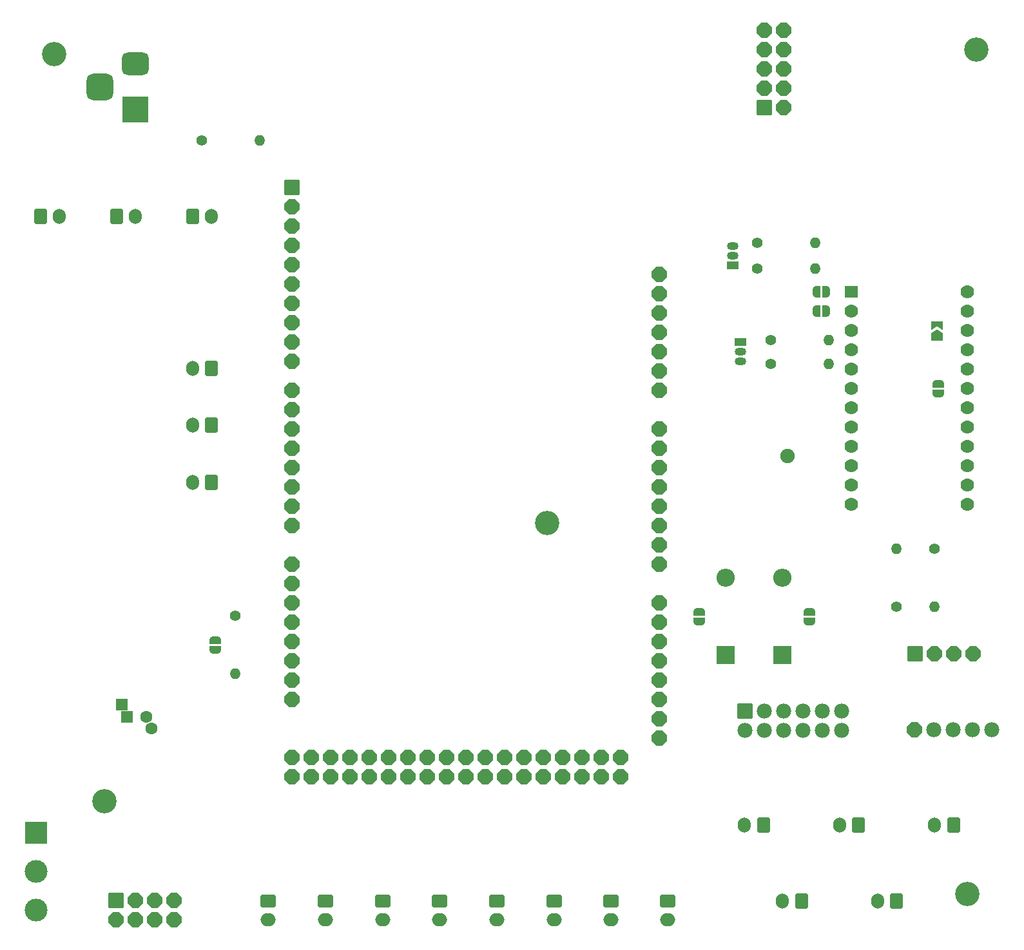
<source format=gbr>
%TF.GenerationSoftware,KiCad,Pcbnew,8.0.6*%
%TF.CreationDate,2025-05-19T18:35:20-06:00*%
%TF.ProjectId,main V5,6d61696e-2056-4352-9e6b-696361645f70,rev?*%
%TF.SameCoordinates,Original*%
%TF.FileFunction,Soldermask,Top*%
%TF.FilePolarity,Negative*%
%FSLAX46Y46*%
G04 Gerber Fmt 4.6, Leading zero omitted, Abs format (unit mm)*
G04 Created by KiCad (PCBNEW 8.0.6) date 2025-05-19 18:35:20*
%MOMM*%
%LPD*%
G01*
G04 APERTURE LIST*
G04 Aperture macros list*
%AMRoundRect*
0 Rectangle with rounded corners*
0 $1 Rounding radius*
0 $2 $3 $4 $5 $6 $7 $8 $9 X,Y pos of 4 corners*
0 Add a 4 corners polygon primitive as box body*
4,1,4,$2,$3,$4,$5,$6,$7,$8,$9,$2,$3,0*
0 Add four circle primitives for the rounded corners*
1,1,$1+$1,$2,$3*
1,1,$1+$1,$4,$5*
1,1,$1+$1,$6,$7*
1,1,$1+$1,$8,$9*
0 Add four rect primitives between the rounded corners*
20,1,$1+$1,$2,$3,$4,$5,0*
20,1,$1+$1,$4,$5,$6,$7,0*
20,1,$1+$1,$6,$7,$8,$9,0*
20,1,$1+$1,$8,$9,$2,$3,0*%
%AMFreePoly0*
4,1,25,0.427955,0.971196,0.440078,0.960842,0.960842,0.440078,0.989349,0.384130,0.990600,0.368236,0.990600,-0.368236,0.971196,-0.427955,0.960842,-0.440078,0.440078,-0.960842,0.384130,-0.989349,0.368236,-0.990600,-0.368236,-0.990600,-0.427955,-0.971196,-0.440078,-0.960842,-0.960842,-0.440078,-0.989349,-0.384130,-0.990600,-0.368236,-0.990600,0.368236,-0.971196,0.427955,-0.960842,0.440078,
-0.440078,0.960842,-0.384130,0.989349,-0.368236,0.990600,0.368236,0.990600,0.427955,0.971196,0.427955,0.971196,$1*%
%AMFreePoly1*
4,1,19,0.500000,-0.750000,0.000000,-0.750000,0.000000,-0.744911,-0.071157,-0.744911,-0.207708,-0.704816,-0.327430,-0.627875,-0.420627,-0.520320,-0.479746,-0.390866,-0.500000,-0.250000,-0.500000,0.250000,-0.479746,0.390866,-0.420627,0.520320,-0.327430,0.627875,-0.207708,0.704816,-0.071157,0.744911,0.000000,0.744911,0.000000,0.750000,0.500000,0.750000,0.500000,-0.750000,0.500000,-0.750000,
$1*%
%AMFreePoly2*
4,1,19,0.000000,0.744911,0.071157,0.744911,0.207708,0.704816,0.327430,0.627875,0.420627,0.520320,0.479746,0.390866,0.500000,0.250000,0.500000,-0.250000,0.479746,-0.390866,0.420627,-0.520320,0.327430,-0.627875,0.207708,-0.704816,0.071157,-0.744911,0.000000,-0.744911,0.000000,-0.750000,-0.500000,-0.750000,-0.500000,0.750000,0.000000,0.750000,0.000000,0.744911,0.000000,0.744911,
$1*%
%AMFreePoly3*
4,1,6,1.000000,0.000000,0.500000,-0.750000,-0.500000,-0.750000,-0.500000,0.750000,0.500000,0.750000,1.000000,0.000000,1.000000,0.000000,$1*%
%AMFreePoly4*
4,1,6,0.500000,-0.750000,-0.650000,-0.750000,-0.150000,0.000000,-0.650000,0.750000,0.500000,0.750000,0.500000,-0.750000,0.500000,-0.750000,$1*%
G04 Aperture macros list end*
%ADD10C,1.400000*%
%ADD11O,1.400000X1.400000*%
%ADD12RoundRect,0.101600X-0.889000X-0.889000X0.889000X-0.889000X0.889000X0.889000X-0.889000X0.889000X0*%
%ADD13FreePoly0,0.000000*%
%ADD14R,3.500000X3.500000*%
%ADD15RoundRect,0.750000X-1.000000X0.750000X-1.000000X-0.750000X1.000000X-0.750000X1.000000X0.750000X0*%
%ADD16RoundRect,0.875000X-0.875000X0.875000X-0.875000X-0.875000X0.875000X-0.875000X0.875000X0.875000X0*%
%ADD17RoundRect,0.250000X-0.750000X0.600000X-0.750000X-0.600000X0.750000X-0.600000X0.750000X0.600000X0*%
%ADD18O,2.000000X1.700000*%
%ADD19C,3.200000*%
%ADD20RoundRect,0.250000X-0.600000X-0.750000X0.600000X-0.750000X0.600000X0.750000X-0.600000X0.750000X0*%
%ADD21O,1.700000X2.000000*%
%ADD22RoundRect,0.250000X0.600000X0.750000X-0.600000X0.750000X-0.600000X-0.750000X0.600000X-0.750000X0*%
%ADD23FreePoly1,90.000000*%
%ADD24FreePoly2,90.000000*%
%ADD25FreePoly0,90.000000*%
%ADD26RoundRect,0.101600X0.889000X-0.889000X0.889000X0.889000X-0.889000X0.889000X-0.889000X-0.889000X0*%
%ADD27R,2.400000X2.400000*%
%ADD28O,2.400000X2.400000*%
%ADD29FreePoly1,270.000000*%
%ADD30FreePoly2,270.000000*%
%ADD31FreePoly3,90.000000*%
%ADD32FreePoly4,90.000000*%
%ADD33RoundRect,0.102000X-0.889000X-0.889000X0.889000X-0.889000X0.889000X0.889000X-0.889000X0.889000X0*%
%ADD34C,1.982000*%
%ADD35FreePoly1,180.000000*%
%ADD36FreePoly2,180.000000*%
%ADD37R,1.500000X1.050000*%
%ADD38O,1.500000X1.050000*%
%ADD39R,3.000000X3.000000*%
%ADD40C,3.000000*%
%ADD41FreePoly0,180.000000*%
%ADD42RoundRect,0.101600X0.889000X0.889000X-0.889000X0.889000X-0.889000X-0.889000X0.889000X-0.889000X0*%
%ADD43C,1.905000*%
%ADD44R,1.600000X1.600000*%
%ADD45C,1.600000*%
%ADD46R,1.778000X1.524000*%
%ADD47C,1.778000*%
%ADD48C,1.981200*%
G04 APERTURE END LIST*
D10*
%TO.C,R7*%
X164200000Y-71000000D03*
D11*
X171820000Y-71000000D03*
%TD*%
D12*
%TO.C,U$2*%
X184960000Y-125000000D03*
D13*
X187500000Y-125000000D03*
X190040000Y-125000000D03*
X192580000Y-125000000D03*
%TD*%
D10*
%TO.C,Neopixel Resistor1*%
X95600000Y-119990000D03*
D11*
X95600000Y-127610000D03*
%TD*%
D14*
%TO.C,J1*%
X82500000Y-53500000D03*
D15*
X82500000Y-47500000D03*
D16*
X77800000Y-50500000D03*
%TD*%
D17*
%TO.C,SW6*%
X137500000Y-157500000D03*
D18*
X137500000Y-160000000D03*
%TD*%
D17*
%TO.C,SW4*%
X122450000Y-157500000D03*
D18*
X122450000Y-160000000D03*
%TD*%
D17*
%TO.C,SW1*%
X99950000Y-157500000D03*
D18*
X99950000Y-160000000D03*
%TD*%
D19*
%TO.C,H5*%
X191800000Y-156600000D03*
%TD*%
D10*
%TO.C,R2*%
X182500000Y-118810000D03*
D11*
X182500000Y-111190000D03*
%TD*%
D20*
%TO.C,POWER_LED0*%
X90000000Y-67500000D03*
D21*
X92500000Y-67500000D03*
%TD*%
D10*
%TO.C,R6*%
X164190000Y-74400000D03*
D11*
X171810000Y-74400000D03*
%TD*%
D22*
%TO.C,JACK_CON3*%
X177500000Y-147500000D03*
D21*
X175000000Y-147500000D03*
%TD*%
D22*
%TO.C,JACK_CON1*%
X165000000Y-147500000D03*
D21*
X162500000Y-147500000D03*
%TD*%
D23*
%TO.C,JP3*%
X188000000Y-90850000D03*
D24*
X188000000Y-89550000D03*
%TD*%
D22*
%TO.C,SECTION_2_BUTTON0*%
X92500000Y-95000000D03*
D21*
X90000000Y-95000000D03*
%TD*%
D17*
%TO.C,SW5*%
X129950000Y-157500000D03*
D18*
X129950000Y-160000000D03*
%TD*%
D20*
%TO.C,RESET0*%
X80000000Y-67500000D03*
D21*
X82500000Y-67500000D03*
%TD*%
D19*
%TO.C,H2*%
X78400000Y-144400000D03*
%TD*%
D10*
%TO.C,R4*%
X165990000Y-83800000D03*
D11*
X173610000Y-83800000D03*
%TD*%
D20*
%TO.C,PWR_IN0*%
X70000000Y-67500000D03*
D21*
X72500000Y-67500000D03*
%TD*%
D25*
%TO.C,11*%
X167670000Y-43053000D03*
X165130000Y-43053000D03*
D26*
X165130000Y-53213000D03*
D25*
X165130000Y-45593000D03*
X165130000Y-50673000D03*
X167670000Y-45593000D03*
X167670000Y-48133000D03*
X165130000Y-48133000D03*
X167670000Y-53213000D03*
X167670000Y-50673000D03*
%TD*%
D27*
%TO.C,D2*%
X160000000Y-125160000D03*
D28*
X160000000Y-115000000D03*
%TD*%
D17*
%TO.C,SW3*%
X114950000Y-157500000D03*
D18*
X114950000Y-160000000D03*
%TD*%
D22*
%TO.C,JACK_CON5*%
X190000000Y-147500000D03*
D21*
X187500000Y-147500000D03*
%TD*%
D29*
%TO.C,JP5*%
X171000000Y-119500000D03*
D30*
X171000000Y-120800000D03*
%TD*%
D17*
%TO.C,SW2*%
X107450000Y-157500000D03*
D18*
X107450000Y-160000000D03*
%TD*%
D31*
%TO.C,JP4*%
X187800000Y-83325000D03*
D32*
X187800000Y-81875000D03*
%TD*%
D33*
%TO.C,C1*%
X162560000Y-132588000D03*
D34*
X165100000Y-132588000D03*
X167640000Y-132588000D03*
X172720000Y-135128000D03*
X172720000Y-132588000D03*
X175260000Y-132588000D03*
X170180000Y-132588000D03*
X170180000Y-135128000D03*
X162560000Y-135128000D03*
X167640000Y-135128000D03*
X165100000Y-135128000D03*
X175260000Y-135128000D03*
%TD*%
D23*
%TO.C,JP7*%
X93000000Y-124500000D03*
D24*
X93000000Y-123200000D03*
%TD*%
D10*
%TO.C,R1*%
X91190000Y-57500000D03*
D11*
X98810000Y-57500000D03*
%TD*%
D17*
%TO.C,SW8*%
X152450000Y-157500000D03*
D18*
X152450000Y-160000000D03*
%TD*%
D12*
%TO.C,U$4*%
X79960000Y-157460000D03*
D13*
X82500000Y-157460000D03*
X85040000Y-157460000D03*
X87580000Y-157460000D03*
X79960000Y-160000000D03*
X82500000Y-160000000D03*
X85040000Y-160000000D03*
X87580000Y-160000000D03*
%TD*%
D35*
%TO.C,JP2*%
X173250000Y-80000000D03*
D36*
X171950000Y-80000000D03*
%TD*%
D37*
%TO.C,Q2*%
X161000000Y-74000000D03*
D38*
X161000000Y-72730000D03*
X161000000Y-71460000D03*
%TD*%
D17*
%TO.C,SW7*%
X144950000Y-157500000D03*
D18*
X144950000Y-160000000D03*
%TD*%
D39*
%TO.C,X1*%
X69400000Y-148590000D03*
D40*
X69400000Y-153670000D03*
X69400000Y-158750000D03*
%TD*%
D19*
%TO.C,H1*%
X71800000Y-46200000D03*
%TD*%
D41*
%TO.C,U$1*%
X151328500Y-80210000D03*
X151328500Y-82750000D03*
X103068500Y-138630000D03*
X103068500Y-141170000D03*
X151328500Y-95450000D03*
X151328500Y-97990000D03*
X151328500Y-100530000D03*
X151328500Y-103070000D03*
X151328500Y-105610000D03*
X151328500Y-108150000D03*
X151328500Y-110690000D03*
X151328500Y-113230000D03*
X151328500Y-118310000D03*
X151328500Y-120850000D03*
X151328500Y-123390000D03*
X151328500Y-125930000D03*
X151328500Y-128470000D03*
X151328500Y-131010000D03*
X151328500Y-133550000D03*
X151328500Y-136090000D03*
X103068500Y-68780000D03*
X103068500Y-108150000D03*
X103068500Y-105610000D03*
X103068500Y-103070000D03*
X103068500Y-100530000D03*
X103068500Y-97990000D03*
X103068500Y-95450000D03*
X103068500Y-92910000D03*
X103068500Y-90370000D03*
X103068500Y-86560000D03*
X103068500Y-84020000D03*
X103068500Y-81480000D03*
X103068500Y-78940000D03*
X103068500Y-76400000D03*
X103068500Y-73860000D03*
X103068500Y-113230000D03*
X103068500Y-115770000D03*
X103068500Y-118310000D03*
X103068500Y-120850000D03*
X103068500Y-123390000D03*
X103068500Y-125930000D03*
X103068500Y-128470000D03*
X103068500Y-131010000D03*
X105608500Y-138630000D03*
X105608500Y-141170000D03*
X108148500Y-138630000D03*
X108148500Y-141170000D03*
X110688500Y-138630000D03*
X110688500Y-141170000D03*
X113228500Y-138630000D03*
X113228500Y-141170000D03*
X115768500Y-138630000D03*
X115768500Y-141170000D03*
X118308500Y-138630000D03*
X118308500Y-141170000D03*
X120848500Y-138630000D03*
X120848500Y-141170000D03*
X123388500Y-138630000D03*
X123388500Y-141170000D03*
X125928500Y-138630000D03*
X125928500Y-141170000D03*
X128468500Y-138630000D03*
X128468500Y-141170000D03*
X131008500Y-138630000D03*
X131008500Y-141170000D03*
X133548500Y-138630000D03*
X133548500Y-141170000D03*
X136088500Y-138630000D03*
X136088500Y-141170000D03*
X138628500Y-138630000D03*
X138628500Y-141170000D03*
X141168500Y-138630000D03*
X141168500Y-141170000D03*
X143708500Y-138630000D03*
X143708500Y-141170000D03*
X103068500Y-71320000D03*
X151328500Y-87830000D03*
X151328500Y-85290000D03*
X146248500Y-138630000D03*
X146248500Y-141170000D03*
X151328500Y-75130000D03*
X151328500Y-77670000D03*
D42*
X103068500Y-63700000D03*
D41*
X103068500Y-66240000D03*
X151328500Y-90370000D03*
%TD*%
D19*
%TO.C,H3*%
X193000000Y-45600000D03*
%TD*%
D43*
%TO.C,U2*%
X168200000Y-99000000D03*
%TD*%
D22*
%TO.C,JACK_CON2*%
X170000000Y-157500000D03*
D21*
X167500000Y-157500000D03*
%TD*%
D44*
%TO.C,C2*%
X80740126Y-131674000D03*
X81411063Y-133274000D03*
D45*
X83911063Y-133274000D03*
X84582000Y-134874000D03*
%TD*%
D22*
%TO.C,SECTION_1_BUTTON0*%
X92500000Y-102500000D03*
D21*
X90000000Y-102500000D03*
%TD*%
D35*
%TO.C,JP1*%
X173250000Y-77400000D03*
D36*
X171950000Y-77400000D03*
%TD*%
D46*
%TO.C,U1*%
X176530000Y-77470000D03*
D47*
X176530000Y-80010000D03*
X176530000Y-82550000D03*
X176530000Y-85090000D03*
X176530000Y-87630000D03*
X176530000Y-90170000D03*
X176530000Y-92710000D03*
X176530000Y-95250000D03*
X176530000Y-97790000D03*
X176530000Y-100330000D03*
X176530000Y-102870000D03*
X176530000Y-105410000D03*
X191770000Y-105410000D03*
X191770000Y-102870000D03*
X191770000Y-100330000D03*
X191770000Y-97790000D03*
X191770000Y-95250000D03*
X191770000Y-92710000D03*
X191770000Y-90170000D03*
X191770000Y-87630000D03*
X191770000Y-85090000D03*
X191770000Y-82550000D03*
X191770000Y-80010000D03*
X191770000Y-77470000D03*
%TD*%
D22*
%TO.C,JACK_CON4*%
X182500000Y-157500000D03*
D21*
X180000000Y-157500000D03*
%TD*%
D10*
%TO.C,R3*%
X187500000Y-111190000D03*
D11*
X187500000Y-118810000D03*
%TD*%
D37*
%TO.C,Q1*%
X162000000Y-84050000D03*
D38*
X162000000Y-85320000D03*
X162000000Y-86590000D03*
%TD*%
D48*
%TO.C,U$5*%
X192500000Y-135000000D03*
D13*
X184880000Y-135000000D03*
D48*
X187420000Y-135000000D03*
X195040000Y-135000000D03*
X189960000Y-135000000D03*
%TD*%
D22*
%TO.C,SECTION_3_BUTTON0*%
X92500000Y-87500000D03*
D21*
X90000000Y-87500000D03*
%TD*%
D10*
%TO.C,R5*%
X165990000Y-86950000D03*
D11*
X173610000Y-86950000D03*
%TD*%
D27*
%TO.C,D1*%
X167500000Y-125160000D03*
D28*
X167500000Y-115000000D03*
%TD*%
D19*
%TO.C,H4*%
X136600000Y-107800000D03*
%TD*%
D23*
%TO.C,JP6*%
X156600000Y-120800000D03*
D24*
X156600000Y-119500000D03*
%TD*%
M02*

</source>
